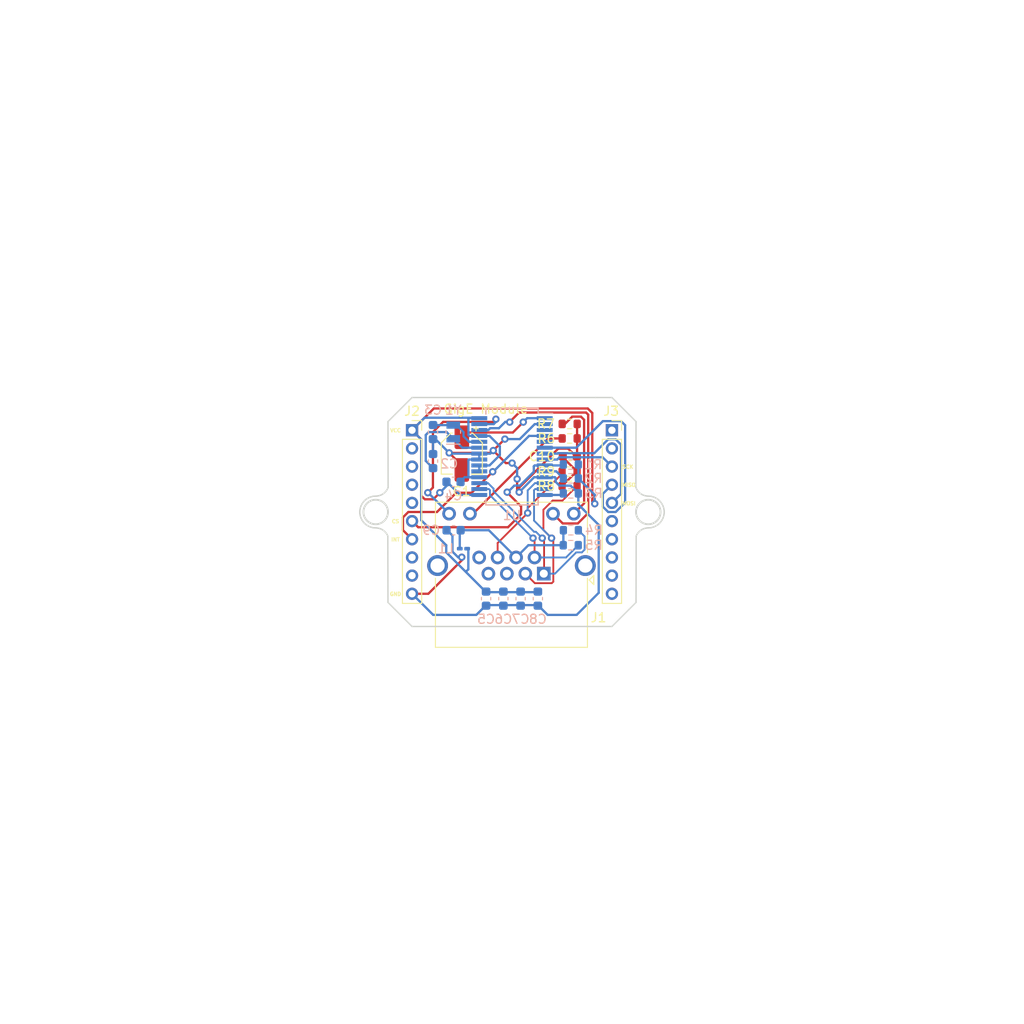
<source format=kicad_pcb>
(kicad_pcb (version 20221018) (generator pcbnew)
  (title_block (title "GigE Interface for Bitcraze Crazyflie 2.0") (date "2023-09-25") (company "Jose Ignacio Granados Marín") (comment 1 "Desarrollo de un vehículo aéreo no tripulado modular de bajo costo") (comment 2 "Trabajo Final de Graduación") (comment 3 "Área Académica de Ingeniería en Computadores") (comment 4 "Instituto Tecnológico de Costa Rica"))
  (layers (0 "F.Cu" signal) (31 "B.Cu" signal) (34 "B.Paste" user) (35 "F.Paste" user) (36 "B.SilkS" user "B.Silkscreen") (37 "F.SilkS" user "F.Silkscreen") (38 "B.Mask" user) (39 "F.Mask" user) (44 "Edge.Cuts" user))
  (net 0 "")
  (net 1 "Net-(U1-VCAP)")
  (net 2 "/GND")
  (net 3 "Net-(U1-OSC1)")
  (net 4 "Net-(U1-OSC2)")
  (net 5 "/VCC")
  (net 6 "Net-(C10-Pad1)")
  (net 10 "Net-(J1-Pad9)")
  (net 11 "/CS")
  (net 12 "/INT")
  (net 13 "Net-(J1-Pad11)")
  (net 17 "/SCK")
  (net 18 "/MISO")
  (net 19 "/MOSI")
  (net 25 "/LEDA")
  (net 26 "/LEDB")
  (net 27 "/TPOUT+")
  (net 28 "/TPOUT-")
  (net 29 "/TPIN+")
  (net 30 "/TPIN-")
  (net 31 "Net-(U1-~{RESET})")
  (net 32 "Net-(U1-RBIAS)")
  (net 40 "Net-(C9-Pad1)")
  (footprint "Connector_RJ:RJ45_Amphenol_RJHSE538X" (layer "F.Cu") (at 148.27 101.81 180)
    (fp_text reference "J1")
    (fp_text value "RJ45_LED" hide)
  )
  (footprint "Resistor_SMD:R_0603_1608Metric" (layer "F.Cu") (at 151.12 85.33)
    (fp_text reference "R7")
    (fp_text value "180" hide)
  )
  (footprint "Resistor_SMD:R_0603_1608Metric" (layer "F.Cu") (at 151.12 86.93)
    (fp_text reference "R6")
    (fp_text value "180" hide)
  )
  (footprint "Resistor_SMD:R_0603_1608Metric" (layer "F.Cu") (at 151.11 90.58)
    (fp_text reference "R9")
    (fp_text value "49.9" hide)
  )
  (footprint "Connector_PinSocket_2.00mm:PinSocket_1x10_P2.00mm_Vertical" (layer "F.Cu") (at 155.772 86.025)
    (fp_text reference "J3")
    (fp_text value "Conn_01x10_Socket" hide)
  )
  (footprint "Connector_PinSocket_2.00mm:PinSocket_1x10_P2.00mm_Vertical" (layer "F.Cu") (at 133.772 86.025)
    (fp_text reference "J2")
    (fp_text value "Conn_01x10_Socket" hide)
  )
  (footprint "Capacitor_SMD:C_0603_1608Metric" (layer "F.Cu") (at 151.1325 88.9)
    (fp_text reference "C10")
    (fp_text value "10nF" hide)
  )
  (footprint "Capacitor_SMD:CP_Elec_4x5.4" (layer "F.Cu") (at 139.25 88.6 -90)
    (fp_text reference "C1")
    (fp_text value "10uF" hide)
  )
  (footprint "Resistor_SMD:R_0603_1608Metric" (layer "F.Cu") (at 151.11 92.16)
    (fp_text reference "R8")
    (fp_text value "49.9" hide)
  )
  (footprint "Resistor_SMD:R_0603_1608Metric" (layer "B.Cu") (at 151.247 91.325 180)
    (fp_text reference "R2")
    (fp_text value "10k" hide)
  )
  (footprint "Package_SO:SSOP-28_5.3x10.2mm_P0.65mm" (layer "B.Cu") (at 144.772 88.925 180)
    (fp_text reference "U1")
    (fp_text value "ENC28J60x-SS" hide)
  )
  (footprint "Capacitor_SMD:C_0603_1608Metric" (layer "B.Cu") (at 145.72 104.56 -90)
    (fp_text reference "C7")
    (fp_text value "100nF" hide)
  )
  (footprint "Capacitor_SMD:C_0603_1608Metric" (layer "B.Cu") (at 143.82 104.56 -90)
    (fp_text reference "C6")
    (fp_text value "100nF" hide)
  )
  (footprint "Resistor_SMD:R_0603_1608Metric" (layer "B.Cu") (at 151.24 98.68 180)
    (fp_text reference "R5")
    (fp_text value "49.9" hide)
  )
  (footprint "Capacitor_SMD:C_0603_1608Metric" (layer "B.Cu") (at 136.08 86.2275 90)
    (fp_text reference "C3")
    (fp_text value "18pF" hide)
  )
  (footprint "Inductor_SMD:L_0201_0603Metric_Pad0.64x0.40mm_HandSolder" (layer "B.Cu") (at 139.43 99.06 180)
    (fp_text reference "L1")
    (fp_text value "10uH" hide)
  )
  (footprint "Capacitor_SMD:C_0603_1608Metric" (layer "B.Cu") (at 147.62 104.56 -90)
    (fp_text reference "C8")
    (fp_text value "100nF" hide)
  )
  (footprint "Resistor_SMD:R_0603_1608Metric" (layer "B.Cu") (at 151.25 97.03)
    (fp_text reference "R4")
    (fp_text value "49.9" hide)
  )
  (footprint "Capacitor_SMD:C_0603_1608Metric" (layer "B.Cu") (at 136.08 89.4225 -90)
    (fp_text reference "C2")
    (fp_text value "18pF" hide)
  )
  (footprint "Resistor_SMD:R_0603_1608Metric" (layer "B.Cu") (at 151.247 89.8 180)
    (fp_text reference "R1")
    (fp_text value "100k" hide)
  )
  (footprint "Crystal:Crystal_SMD_MicroCrystal_CC8V-T1A-2Pin_2.0x1.2mm" (layer "B.Cu") (at 138.31 86.21 90)
    (fp_text reference "Y1")
    (fp_text value "25MHz" hide)
  )
  (footprint "Capacitor_SMD:C_0603_1608Metric" (layer "B.Cu") (at 138.3345 91.71)
    (fp_text reference "C4")
    (fp_text value "100nF" hide)
  )
  (footprint "Capacitor_SMD:C_0603_1608Metric" (layer "B.Cu") (at 141.92 104.56 -90)
    (fp_text reference "C5")
    (fp_text value "100nF" hide)
  )
  (footprint "Capacitor_SMD:C_0603_1608Metric" (layer "B.Cu") (at 138.345 97.03 180)
    (fp_text reference "C9")
    (fp_text value "100nF" hide)
  )
  (footprint "Resistor_SMD:R_0603_1608Metric" (layer "B.Cu") (at 151.247 92.975)
    (fp_text reference "R3")
    (fp_text value "2k" hide)
  )
  (gr_line (start 129.969179 96.789017) (end 130.067656 96.806292) (stroke (width 0.15)) (layer "Edge.Cuts"))
  (gr_line (start 130.419649 93.122851) (end 130.32865 93.164266) (stroke (width 0.15)) (layer "Edge.Cuts"))
  (gr_line (start 160.070533 93.300651) (end 160.168526 93.320515) (stroke (width 0.15)) (layer "Edge.Cuts"))
  (gr_line (start 131.015368 97.485636) (end 131.063353 97.573348) (stroke (width 0.15)) (layer "Edge.Cuts"))
  (gr_line (start 129.869746 96.77857) (end 129.969179 96.789017) (stroke (width 0.15)) (layer "Edge.Cuts"))
  (gr_line (start 128.108061 95.567042) (end 128.141734 95.661188) (stroke (width 0.15)) (layer "Edge.Cuts"))
  (gr_line (start 160.544426 93.454694) (end 160.632848 93.501372) (stroke (width 0.15)) (layer "Edge.Cuts"))
  (gr_line (start 129.674263 96.772269) (end 129.76983 96.774999) (stroke (width 0.15)) (layer "Edge.Cuts"))
  (gr_line (start 158.444983 92.415967) (end 158.489026 92.505724) (stroke (width 0.15)) (layer "Edge.Cuts"))
  (gr_line (start 161.521254 95.076099) (end 161.515481 95.175918) (stroke (width 0.15)) (layer "Edge.Cuts"))
  (gr_line (start 159.869737 96.772269) (end 159.77417 96.774999) (stroke (width 0.15)) (layer "Edge.Cuts"))
  (gr_line (start 159.284126 96.860963) (end 159.191299 96.898098) (stroke (width 0.15)) (layer "Edge.Cuts"))
  (gr_line (start 128.274158 95.92997) (end 128.328287 96.014037) (stroke (width 0.15)) (layer "Edge.Cuts"))
  (gr_line (start 160.799192 96.441819) (end 160.716599 96.498172) (stroke (width 0.15)) (layer "Edge.Cuts"))
  (gr_line (start 131.136789 92.323396) (end 131.122 85.075) (stroke (width 0.15)) (layer "Edge.Cuts"))
  (gr_line (start 161.51567 94.876285) (end 161.521317 94.976112) (stroke (width 0.15)) (layer "Edge.Cuts"))
  (gr_line (start 129.475647 96.749725) (end 129.574633 96.763835) (stroke (width 0.15)) (layer "Edge.Cuts"))
  (gr_line (start 161.269842 95.92997) (end 161.215713 96.014037) (stroke (width 0.15)) (layer "Edge.Cuts"))
  (gr_line (start 161.402266 95.661188) (end 161.363271 95.753256) (stroke (width 0.15)) (layer "Edge.Cuts"))
  (gr_line (start 158.407211 92.323396) (end 158.444983 92.415967) (stroke (width 0.15)) (layer "Edge.Cuts"))
  (gr_line (start 128.588309 93.736056) (end 128.516627 93.805763) (stroke (width 0.15)) (layer "Edge.Cuts"))
  (gr_line (start 161.027373 93.805763) (end 161.094957 93.879449) (stroke (width 0.15)) (layer "Edge.Cuts"))
  (gr_line (start 128.518169 96.245823) (end 128.589939 96.315439) (stroke (width 0.15)) (layer "Edge.Cuts"))
  (gr_line (start 128.141734 95.661188) (end 128.180729 95.753256) (stroke (width 0.15)) (layer "Edge.Cuts"))
  (gr_line (start 129.278775 93.345944) (end 129.183686 93.376853) (stroke (width 0.15)) (layer "Edge.Cuts"))
  (gr_line (start 161.216962 94.037789) (end 161.270985 94.121924) (stroke (width 0.15)) (layer "Edge.Cuts"))
  (gr_line (start 160.263102 96.704678) (end 160.166372 96.729985) (stroke (width 0.15)) (layer "Edge.Cuts"))
  (gr_line (start 160.954061 96.315439) (end 160.878433 96.380842) (stroke (width 0.15)) (layer "Edge.Cuts"))
  (gr_line (start 130.235021 93.199333) (end 130.139204 93.227884) (stroke (width 0.15)) (layer "Edge.Cuts"))
  (gr_line (start 159.574821 96.789017) (end 159.476344 96.806292) (stroke (width 0.15)) (layer "Edge.Cuts"))
  (gr_line (start 128.039669 94.776944) (end 128.02833 94.876285) (stroke (width 0.15)) (layer "Edge.Cuts"))
  (gr_line (start 130.748972 92.898038) (end 130.672639 92.962609) (stroke (width 0.15)) (layer "Edge.Cuts"))
  (gr_line (start 161.504016 95.275245) (end 161.486897 95.373755) (stroke (width 0.15)) (layer "Edge.Cuts"))
  (gr_line (start 130.961453 97.401438) (end 131.015368 97.485636) (stroke (width 0.15)) (layer "Edge.Cuts"))
  (gr_line (start 131.00487 92.592244) (end 130.948941 92.675117) (stroke (width 0.15)) (layer "Edge.Cuts"))
  (gr_line (start 129.473467 93.300651) (end 129.375474 93.320515) (stroke (width 0.15)) (layer "Edge.Cuts"))
  (gr_line (start 129.280898 96.704678) (end 129.377628 96.729985) (stroke (width 0.15)) (layer "Edge.Cuts"))
  (gr_line (start 130.259874 96.860963) (end 130.352701 96.898098) (stroke (width 0.15)) (layer "Edge.Cuts"))
  (gr_line (start 160.880146 93.670557) (end 160.955691 93.736056) (stroke (width 0.15)) (layer "Edge.Cuts"))
  (gr_line (start 160.068353 96.749725) (end 159.969367 96.763835) (stroke (width 0.15)) (layer "Edge.Cuts"))
  (gr_line (start 159.404796 93.227884) (end 159.502348 93.249785) (stroke (width 0.15)) (layer "Edge.Cuts"))
  (gr_line (start 158.707116 97.245172) (end 158.642137 97.321157) (stroke (width 0.15)) (layer "Edge.Cuts"))
  (gr_line (start 161.270985 94.121924) (end 161.320114 94.209008) (stroke (width 0.15)) (layer "Edge.Cuts"))
  (gr_line (start 161.36419 94.298755) (end 161.403069 94.390873) (stroke (width 0.15)) (layer "Edge.Cuts"))
  (gr_line (start 128.079258 94.581012) (end 128.056664 94.678413) (stroke (width 0.15)) (layer "Edge.Cuts"))
  (gr_line (start 130.901863 97.321157) (end 130.961453 97.401438) (stroke (width 0.15)) (layer "Edge.Cuts"))
  (gr_line (start 128.180729 95.753256) (end 128.224918 95.842948) (stroke (width 0.15)) (layer "Edge.Cuts"))
  (gr_line (start 158.489026 92.505724) (end 158.53913 92.592244) (stroke (width 0.15)) (layer "Edge.Cuts"))
  (gr_line (start 131.054974 92.505724) (end 131.00487 92.592244) (stroke (width 0.15)) (layer "Edge.Cuts"))
  (gr_line (start 129.00156 96.596281) (end 129.092556 96.637717) (stroke (width 0.15)) (layer "Edge.Cuts"))
  (gr_line (start 160.800982 93.60948) (end 160.880146 93.670557) (stroke (width 0.15)) (layer "Edge.Cuts"))
  (gr_line (start 159.674254 96.77857) (end 159.574821 96.789017) (stroke (width 0.15)) (layer "Edge.Cuts"))
  (gr_line (start 128.744808 96.441819) (end 128.827401 96.498172) (stroke (width 0.15)) (layer "Edge.Cuts"))
  (gr_line (start 158.422 104.975) (end 157.672 105.725) (stroke (width 0.15)) (layer "Edge.Cuts"))
  (gr_line (start 158.951949 93.021783) (end 159.036412 93.075281) (stroke (width 0.15)) (layer "Edge.Cuts"))
  (gr_line (start 161.158222 93.956876) (end 161.216962 94.037789) (stroke (width 0.15)) (layer "Edge.Cuts"))
  (gr_line (start 161.156871 96.094876) (end 161.093508 96.172222) (stroke (width 0.15)) (layer "Edge.Cuts"))
  (gr_line (start 129.375474 93.320515) (end 129.278775 93.345944) (stroke (width 0.15)) (layer "Edge.Cuts"))
  (gr_line (start 129.843193 93.273256) (end 129.772 93.275) (stroke (width 0.15)) (layer "Edge.Cuts"))
  (gr_line (start 161.464742 94.581012) (end 161.487336 94.678413) (stroke (width 0.15)) (layer "Edge.Cuts"))
  (gr_line (start 158.723312 92.828376) (end 158.795028 92.898038) (stroke (width 0.15)) (layer "Edge.Cuts"))
  (gr_line (start 161.094957 93.879449) (end 161.158222 93.956876) (stroke (width 0.15)) (layer "Edge.Cuts"))
  (gr_line (start 129.572435 93.286416) (end 129.473467 93.300651) (stroke (width 0.15)) (layer "Edge.Cuts"))
  (gr_line (start 158.53913 92.592244) (end 158.595059 92.675117) (stroke (width 0.15)) (layer "Edge.Cuts"))
  (gr_line (start 159.101251 96.941543) (end 159.014411 96.991089) (stroke (width 0.15)) (layer "Edge.Cuts"))
  (gr_line (start 128.057103 95.373755) (end 128.07982 95.471127) (stroke (width 0.15)) (layer "Edge.Cuts"))
  (gr_line (start 131.872 105.725) (end 133.772 107.625) (stroke (width 0.15)) (layer "Edge.Cuts"))
  (gr_line (start 130.529589 96.991089) (end 130.612809 97.046502) (stroke (width 0.15)) (layer "Edge.Cuts"))
  (gr_line (start 161.403069 94.390873) (end 161.436622 94.485062) (stroke (width 0.15)) (layer "Edge.Cuts"))
  (gr_line (start 158.528632 97.485636) (end 158.480647 97.573348) (stroke (width 0.15)) (layer "Edge.Cuts"))
  (gr_line (start 130.766822 97.173846) (end 130.836884 97.245172) (stroke (width 0.15)) (layer "Edge.Cuts"))
  (gr_line (start 128.999574 93.454694) (end 128.911152 93.501372) (stroke (width 0.15)) (layer "Edge.Cuts"))
  (gr_line (start 133.772 82.425) (end 153.972 82.425) (stroke (width 0.15)) (layer "Edge.Cuts"))
  (gr_line (start 159.77417 96.774999) (end 159.77417 96.774999) (stroke (width 0.15)) (layer "Edge.Cuts"))
  (gr_line (start 161.320114 94.209008) (end 161.36419 94.298755) (stroke (width 0.15)) (layer "Edge.Cuts"))
  (gr_line (start 160.453482 93.413143) (end 160.544426 93.454694) (stroke (width 0.15)) (layer "Edge.Cuts"))
  (gr_line (start 158.795028 92.898038) (end 158.871361 92.962609) (stroke (width 0.15)) (layer "Edge.Cuts"))
  (gr_line (start 130.139204 93.227884) (end 130.041652 93.249785) (stroke (width 0.15)) (layer "Edge.Cuts"))
  (gr_line (start 128.911152 93.501372) (end 128.82554 93.553023) (stroke (width 0.15)) (layer "Edge.Cuts"))
  (gr_line (start 160.166372 96.729985) (end 160.068353 96.749725) (stroke (width 0.15)) (layer "Edge.Cuts"))
  (gr_line (start 128.589939 96.315439) (end 128.665567 96.380842) (stroke (width 0.15)) (layer "Edge.Cuts"))
  (gr_line (start 130.32865 93.164266) (end 130.235021 93.199333) (stroke (width 0.15)) (layer "Edge.Cuts"))
  (gr_line (start 128.02833 94.876285) (end 128.022683 94.976112) (stroke (width 0.15)) (layer "Edge.Cuts"))
  (gr_line (start 158.422 85.075) (end 157.672 84.325) (stroke (width 0.15)) (layer "Edge.Cuts"))
  (gr_line (start 158.777178 97.173846) (end 158.707116 97.245172) (stroke (width 0.15)) (layer "Edge.Cuts"))
  (gr_line (start 129.672054 93.277856) (end 129.572435 93.286416) (stroke (width 0.15)) (layer "Edge.Cuts"))
  (gr_line (start 161.486897 95.373755) (end 161.46418 95.471127) (stroke (width 0.15)) (layer "Edge.Cuts"))
  (gr_line (start 161.487336 94.678413) (end 161.504331 94.776944) (stroke (width 0.15)) (layer "Edge.Cuts"))
  (gr_line (start 128.387129 96.094876) (end 128.450492 96.172222) (stroke (width 0.15)) (layer "Edge.Cuts"))
  (gr_line (start 161.093508 96.172222) (end 161.025831 96.245823) (stroke (width 0.15)) (layer "Edge.Cuts"))
  (gr_line (start 131.105179 97.664159) (end 131.122 104.975) (stroke (width 0.15)) (layer "Edge.Cuts"))
  (gr_line (start 161.363271 95.753256) (end 161.319082 95.842948) (stroke (width 0.15)) (layer "Edge.Cuts"))
  (gr_line (start 128.07982 95.471127) (end 128.108061 95.567042) (stroke (width 0.15)) (layer "Edge.Cuts"))
  (gr_line (start 159.191299 96.898098) (end 159.101251 96.941543) (stroke (width 0.15)) (layer "Edge.Cuts"))
  (gr_line (start 158.642137 97.321157) (end 158.582547 97.401438) (stroke (width 0.15)) (layer "Edge.Cuts"))
  (gr_line (start 159.772 93.275) (end 159.871946 93.277856) (stroke (width 0.15)) (layer "Edge.Cuts"))
  (gr_line (start 130.164708 96.830312) (end 130.259874 96.860963) (stroke (width 0.15)) (layer "Edge.Cuts"))
  (gr_line (start 159.308979 93.199333) (end 159.404796 93.227884) (stroke (width 0.15)) (layer "Edge.Cuts"))
  (gr_line (start 159.969367 96.763835) (end 159.869737 96.772269) (stroke (width 0.15)) (layer "Edge.Cuts"))
  (gr_line (start 160.955691 93.736056) (end 161.027373 93.805763) (stroke (width 0.15)) (layer "Edge.Cuts"))
  (gr_line (start 128.056664 94.678413) (end 128.039669 94.776944) (stroke (width 0.15)) (layer "Edge.Cuts"))
  (gr_line (start 161.215713 96.014037) (end 161.156871 96.094876) (stroke (width 0.15)) (layer "Edge.Cuts"))
  (gr_line (start 130.041652 93.249785) (end 129.942826 93.264933) (stroke (width 0.15)) (layer "Edge.Cuts"))
  (gr_line (start 160.630922 96.549715) (end 160.54244 96.596281) (stroke (width 0.15)) (layer "Edge.Cuts"))
  (gr_line (start 157.672 105.725) (end 155.772 107.625) (stroke (width 0.15)) (layer "Edge.Cuts"))
  (gr_line (start 159.601174 93.264933) (end 159.700807 93.273256) (stroke (width 0.15)) (layer "Edge.Cuts"))
  (gr_line (start 128.663854 93.670557) (end 128.588309 93.736056) (stroke (width 0.15)) (layer "Edge.Cuts"))
  (gr_line (start 158.407211 92.323396) (end 158.422 85.075) (stroke (width 0.15)) (layer "Edge.Cuts"))
  (gr_line (start 158.851988 97.107517) (end 158.777178 97.173846) (stroke (width 0.15)) (layer "Edge.Cuts"))
  (gr_line (start 161.46418 95.471127) (end 161.435939 95.567042) (stroke (width 0.15)) (layer "Edge.Cuts"))
  (gr_line (start 130.442749 96.941543) (end 130.529589 96.991089) (stroke (width 0.15)) (layer "Edge.Cuts"))
  (gr_line (start 159.014411 96.991089) (end 158.931191 97.046502) (stroke (width 0.15)) (layer "Edge.Cuts"))
  (gr_line (start 159.971565 93.286416) (end 160.070533 93.300651) (stroke (width 0.15)) (layer "Edge.Cuts"))
  (gr_line (start 129.090518 93.413143) (end 128.999574 93.454694) (stroke (width 0.15)) (layer "Edge.Cuts"))
  (gr_line (start 158.931191 97.046502) (end 158.851988 97.107517) (stroke (width 0.15)) (layer "Edge.Cuts"))
  (gr_line (start 159.124351 93.122851) (end 159.21535 93.164266) (stroke (width 0.15)) (layer "Edge.Cuts"))
  (gr_line (start 159.77417 96.774999) (end 159.674254 96.77857) (stroke (width 0.15)) (layer "Edge.Cuts"))
  (gr_line (start 128.039984 95.275245) (end 128.057103 95.373755) (stroke (width 0.15)) (layer "Edge.Cuts"))
  (gr_line (start 157.672 84.325) (end 155.772 82.425) (stroke (width 0.15)) (layer "Edge.Cuts"))
  (gr_line (start 128.028519 95.175918) (end 128.039984 95.275245) (stroke (width 0.15)) (layer "Edge.Cuts"))
  (gr_line (start 161.025831 96.245823) (end 160.954061 96.315439) (stroke (width 0.15)) (layer "Edge.Cuts"))
  (gr_line (start 160.360314 93.376853) (end 160.453482 93.413143) (stroke (width 0.15)) (layer "Edge.Cuts"))
  (gr_line (start 160.35823 96.673889) (end 160.263102 96.704678) (stroke (width 0.15)) (layer "Edge.Cuts"))
  (gr_line (start 128.107378 94.485062) (end 128.079258 94.581012) (stroke (width 0.15)) (layer "Edge.Cuts"))
  (gr_line (start 158.871361 92.962609) (end 158.951949 93.021783) (stroke (width 0.15)) (layer "Edge.Cuts"))
  (gr_line (start 159.700807 93.273256) (end 159.772 93.275) (stroke (width 0.15)) (layer "Edge.Cuts"))
  (gr_line (start 159.21535 93.164266) (end 159.308979 93.199333) (stroke (width 0.15)) (layer "Edge.Cuts"))
  (gr_line (start 161.319082 95.842948) (end 161.269842 95.92997) (stroke (width 0.15)) (layer "Edge.Cuts"))
  (gr_line (start 128.140931 94.390873) (end 128.107378 94.485062) (stroke (width 0.15)) (layer "Edge.Cuts"))
  (gr_line (start 128.450492 96.172222) (end 128.518169 96.245823) (stroke (width 0.15)) (layer "Edge.Cuts"))
  (gr_line (start 130.820688 92.828376) (end 130.748972 92.898038) (stroke (width 0.15)) (layer "Edge.Cuts"))
  (gr_line (start 131.136789 92.323396) (end 131.099017 92.415967) (stroke (width 0.15)) (layer "Edge.Cuts"))
  (gr_line (start 129.574633 96.763835) (end 129.674263 96.772269) (stroke (width 0.15)) (layer "Edge.Cuts"))
  (gr_line (start 130.592051 93.021783) (end 130.507588 93.075281) (stroke (width 0.15)) (layer "Edge.Cuts"))
  (gr_line (start 155.772 107.625) (end 133.772 107.625) (stroke (width 0.15)) (layer "Edge.Cuts"))
  (gr_line (start 160.632848 93.501372) (end 160.71846 93.553023) (stroke (width 0.15)) (layer "Edge.Cuts"))
  (gr_line (start 128.913078 96.549715) (end 129.00156 96.596281) (stroke (width 0.15)) (layer "Edge.Cuts"))
  (gr_line (start 160.716599 96.498172) (end 160.630922 96.549715) (stroke (width 0.15)) (layer "Edge.Cuts"))
  (gr_line (start 161.515481 95.175918) (end 161.504016 95.275245) (stroke (width 0.15)) (layer "Edge.Cuts"))
  (gr_circle (center 129.772 95.025) (end 131.122 95.025) (stroke (width 0.2)) (fill none) (layer "Edge.Cuts"))
  (gr_line (start 128.328287 96.014037) (end 128.387129 96.094876) (stroke (width 0.15)) (layer "Edge.Cuts"))
  (gr_line (start 128.224918 95.842948) (end 128.274158 95.92997) (stroke (width 0.15)) (layer "Edge.Cuts"))
  (gr_line (start 131.099017 92.415967) (end 131.054974 92.505724) (stroke (width 0.15)) (layer "Edge.Cuts"))
  (gr_line (start 130.507588 93.075281) (end 130.419649 93.122851) (stroke (width 0.15)) (layer "Edge.Cuts"))
  (gr_line (start 130.672639 92.962609) (end 130.592051 93.021783) (stroke (width 0.15)) (layer "Edge.Cuts"))
  (gr_line (start 160.54244 96.596281) (end 160.451444 96.637717) (stroke (width 0.15)) (layer "Edge.Cuts"))
  (gr_line (start 158.65655 92.753951) (end 158.723312 92.828376) (stroke (width 0.15)) (layer "Edge.Cuts"))
  (gr_line (start 131.122 104.975) (end 131.872 105.725) (stroke (width 0.15)) (layer "Edge.Cuts"))
  (gr_line (start 131.872 84.325) (end 133.772 82.425) (stroke (width 0.15)) (layer "Edge.Cuts"))
  (gr_line (start 160.71846 93.553023) (end 160.800982 93.60948) (stroke (width 0.15)) (layer "Edge.Cuts"))
  (gr_line (start 129.377628 96.729985) (end 129.475647 96.749725) (stroke (width 0.15)) (layer "Edge.Cuts"))
  (gr_line (start 129.942826 93.264933) (end 129.843193 93.273256) (stroke (width 0.15)) (layer "Edge.Cuts"))
  (gr_line (start 128.022746 95.076099) (end 128.028519 95.175918) (stroke (width 0.15)) (layer "Edge.Cuts"))
  (gr_line (start 161.436622 94.485062) (end 161.464742 94.581012) (stroke (width 0.15)) (layer "Edge.Cuts"))
  (gr_line (start 159.036412 93.075281) (end 159.124351 93.122851) (stroke (width 0.15)) (layer "Edge.Cuts"))
  (gr_line (start 128.827401 96.498172) (end 128.913078 96.549715) (stroke (width 0.15)) (layer "Edge.Cuts"))
  (gr_line (start 129.092556 96.637717) (end 129.18577 96.673889) (stroke (width 0.15)) (layer "Edge.Cuts"))
  (gr_line (start 160.878433 96.380842) (end 160.799192 96.441819) (stroke (width 0.15)) (layer "Edge.Cuts"))
  (gr_line (start 129.76983 96.774999) (end 129.869746 96.77857) (stroke (width 0.15)) (layer "Edge.Cuts"))
  (gr_line (start 130.067656 96.806292) (end 130.164708 96.830312) (stroke (width 0.15)) (layer "Edge.Cuts"))
  (gr_line (start 158.595059 92.675117) (end 158.65655 92.753951) (stroke (width 0.15)) (layer "Edge.Cuts"))
  (gr_line (start 160.168526 93.320515) (end 160.265225 93.345944) (stroke (width 0.15)) (layer "Edge.Cuts"))
  (gr_line (start 128.273015 94.121924) (end 128.223886 94.209008) (stroke (width 0.15)) (layer "Edge.Cuts"))
  (gr_line (start 159.476344 96.806292) (end 159.379292 96.830312) (stroke (width 0.15)) (layer "Edge.Cuts"))
  (gr_line (start 129.183686 93.376853) (end 129.090518 93.413143) (stroke (width 0.15)) (layer "Edge.Cuts"))
  (gr_line (start 160.451444 96.637717) (end 160.35823 96.673889) (stroke (width 0.15)) (layer "Edge.Cuts"))
  (gr_line (start 131.122 85.075) (end 131.872 84.325) (stroke (width 0.15)) (layer "Edge.Cuts"))
  (gr_line (start 128.516627 93.805763) (end 128.449043 93.879449) (stroke (width 0.15)) (layer "Edge.Cuts"))
  (gr_line (start 159.379292 96.830312) (end 159.284126 96.860963) (stroke (width 0.15)) (layer "Edge.Cuts"))
  (gr_line (start 128.743018 93.60948) (end 128.663854 93.670557) (stroke (width 0.15)) (layer "Edge.Cuts"))
  (gr_line (start 130.612809 97.046502) (end 130.692012 97.107517) (stroke (width 0.15)) (layer "Edge.Cuts"))
  (gr_line (start 129.18577 96.673889) (end 129.280898 96.704678) (stroke (width 0.15)) (layer "Edge.Cuts"))
  (gr_line (start 155.772 82.425) (end 153.972 82.425) (stroke (width 0.15)) (layer "Edge.Cuts"))
  (gr_line (start 158.582547 97.401438) (end 158.528632 97.485636) (stroke (width 0.15)) (layer "Edge.Cuts"))
  (gr_line (start 130.948941 92.675117) (end 130.88745 92.753951) (stroke (width 0.15)) (layer "Edge.Cuts"))
  (gr_line (start 129.772 93.275) (end 129.672054 93.277856) (stroke (width 0.15)) (layer "Edge.Cuts"))
  (gr_line (start 128.82554 93.553023) (end 128.743018 93.60948) (stroke (width 0.15)) (layer "Edge.Cuts"))
  (gr_line (start 161.504331 94.776944) (end 161.51567 94.876285) (stroke (width 0.15)) (layer "Edge.Cuts"))
  (gr_line (start 131.063353 97.573348) (end 131.105179 97.664159) (stroke (width 0.15)) (layer "Edge.Cuts"))
  (gr_line (start 130.352701 96.898098) (end 130.442749 96.941543) (stroke (width 0.15)) (layer "Edge.Cuts"))
  (gr_line (start 128.022683 94.976112) (end 128.022746 95.076099) (stroke (width 0.15)) (layer "Edge.Cuts"))
  (gr_line (start 160.265225 93.345944) (end 160.360314 93.376853) (stroke (width 0.15)) (layer "Edge.Cuts"))
  (gr_line (start 130.88745 92.753951) (end 130.820688 92.828376) (stroke (width 0.15)) (layer "Edge.Cuts"))
  (gr_line (start 159.502348 93.249785) (end 159.601174 93.264933) (stroke (width 0.15)) (layer "Edge.Cuts"))
  (gr_line (start 161.435939 95.567042) (end 161.402266 95.661188) (stroke (width 0.15)) (layer "Edge.Cuts"))
  (gr_line (start 158.438821 97.664159) (end 158.422 104.975) (stroke (width 0.15)) (layer "Edge.Cuts"))
  (gr_line (start 128.327038 94.037789) (end 128.273015 94.121924) (stroke (width 0.15)) (layer "Edge.Cuts"))
  (gr_line (start 128.665567 96.380842) (end 128.744808 96.441819) (stroke (width 0.15)) (layer "Edge.Cuts"))
  (gr_line (start 128.449043 93.879449) (end 128.385778 93.956876) (stroke (width 0.15)) (layer "Edge.Cuts"))
  (gr_line (start 161.521317 94.976112) (end 161.521254 95.076099) (stroke (width 0.15)) (layer "Edge.Cuts"))
  (gr_circle (center 159.772 95.025) (end 161.122 95.025) (stroke (width 0.2)) (fill none) (layer "Edge.Cuts"))
  (gr_line (start 128.385778 93.956876) (end 128.327038 94.037789) (stroke (width 0.15)) (layer "Edge.Cuts"))
  (gr_line (start 159.871946 93.277856) (end 159.971565 93.286416) (stroke (width 0.15)) (layer "Edge.Cuts"))
  (gr_line (start 128.17981 94.298755) (end 128.140931 94.390873) (stroke (width 0.15)) (layer "Edge.Cuts"))
  (gr_line (start 128.223886 94.209008) (end 128.17981 94.298755) (stroke (width 0.15)) (layer "Edge.Cuts"))
  (gr_line (start 158.480647 97.573348) (end 158.438821 97.664159) (stroke (width 0.15)) (layer "Edge.Cuts"))
  (gr_line (start 130.692012 97.107517) (end 130.766822 97.173846) (stroke (width 0.15)) (layer "Edge.Cuts"))
  (gr_line (start 130.836884 97.245172) (end 130.901863 97.321157) (stroke (width 0.15)) (layer "Edge.Cuts"))
  (gr_text "GND" (at 131.95 104.06) (layer "F.SilkS") (effects (font (size 0.4 0.4) (thickness 0.1) bold)))
  (gr_text "INT" (at 131.95 98.06) (layer "F.SilkS") (effects (font (size 0.4 0.4) (thickness 0.1) bold)))
  (gr_text "SCK" (at 157.52 90.06) (layer "F.SilkS") (effects (font (size 0.4 0.4) (thickness 0.1) bold)))
  (gr_text "GigE Module" (at 141.89 83.69) (layer "F.SilkS") (effects (font (size 1 1))))
  (gr_text "CS" (at 131.95 96.06) (layer "F.SilkS") (effects (font (size 0.4 0.4) (thickness 0.1) bold)))
  (gr_text "VCC" (at 131.95 86.05) (layer "F.SilkS") (effects (font (size 0.4 0.4) (thickness 0.1) bold)))
  (gr_text "MISO" (at 157.64 92.05) (layer "F.SilkS") (effects (font (size 0.4 0.4) (thickness 0.1) bold)))
  (gr_text "MOSI" (at 157.64 94.09) (layer "F.SilkS") (effects (font (size 0.4 0.4) (thickness 0.1) bold)))
  (segment (start 139.775 86.275) (end 139.25 86.8) (width 0.25) (layer "F.Cu") (net 1))
  (segment (start 146.01 85.13) (end 144.865 86.275) (width 0.25) (layer "F.Cu") (net 1))
  (segment (start 144.865 86.275) (end 139.775 86.275) (width 0.25) (layer "F.Cu") (net 1))
  (via (at 146.01 85.13) (size 0.8) (drill 0.4) (layers "F.Cu" "B.Cu") (net 1))
  (segment (start 146.44 84.7) (end 148.372 84.7) (width 0.25) (layer "B.Cu") (net 1))
  (segment (start 146.01 85.13) (end 146.44 84.7) (width 0.25) (layer "B.Cu") (net 1))
  (segment (start 142.445 88.525) (end 142.71 88.26) (width 0.25) (layer "F.Cu") (net 2))
  (segment (start 137.86 88.52) (end 137.865 88.525) (width 0.25) (layer "F.Cu") (net 2))
  (segment (start 151.795673 88.9) (end 150.945673 88.05) (width 0.25) (layer "F.Cu") (net 2))
  (segment (start 145.334503 92.614503) (end 145.56 92.84) (width 0.25) (layer "F.Cu") (net 2))
  (segment (start 139.24 100) (end 139.24 100.345966) (width 0.25) (layer "F.Cu") (net 2))
  (segment (start 143.97 87) (end 142.71 88.26) (width 0.25) (layer "F.Cu") (net 2))
  (segment (start 137.865 88.525) (end 142.445 88.525) (width 0.25) (layer "F.Cu") (net 2))
  (segment (start 139.24 100.345966) (end 135.560966 104.025) (width 0.25) (layer "F.Cu") (net 2))
  (segment (start 139.25 90.4) (end 139.25 89.91) (width 0.25) (layer "F.Cu") (net 2))
  (segment (start 151.845 88.9) (end 151.795673 88.9) (width 0.25) (layer "F.Cu") (net 2))
  (segment (start 151.935 88.81) (end 151.845 88.9) (width 0.25) (layer "F.Cu") (net 2))
  (segment (start 144.78 89.64) (end 144.09 89.64) (width 0.25) (layer "F.Cu") (net 2))
  (segment (start 145.334503 91.3905) (end 145.334503 92.614503) (width 0.25) (layer "F.Cu") (net 2))
  (segment (start 151.935 87.25) (end 151.935 88.81) (width 0.25) (layer "F.Cu") (net 2))
  (segment (start 135.560966 104.025) (end 133.772 104.025) (width 0.25) (layer "F.Cu") (net 2))
  (segment (start 143.99 87) (end 143.97 87) (width 0.25) (layer "F.Cu") (net 2))
  (segment (start 150.945673 88.05) (end 149.86 88.05) (width 0.25) (layer "F.Cu") (net 2))
  (segment (start 151.935 85.65) (end 151.935 87.25) (width 0.25) (layer "F.Cu") (net 2))
  (segment (start 139.25 89.91) (end 137.86 88.52) (width 0.25) (layer "F.Cu") (net 2))
  (segment (start 149.86 88.05) (end 145.56 92.35) (width 0.25) (layer "F.Cu") (net 2))
  (segment (start 144.09 89.64) (end 142.71 88.26) (width 0.25) (layer "F.Cu") (net 2))
  (segment (start 145.56 92.35) (end 145.56 92.84) (width 0.25) (layer "F.Cu") (net 2))
  (via (at 145.56 92.84) (size 0.8) (drill 0.4) (layers "F.Cu" "B.Cu") (net 2))
  (via (at 137.86 88.52) (size 0.8) (drill 0.4) (layers "F.Cu" "B.Cu") (net 2))
  (via (at 142.71 88.26) (size 0.8) (drill 0.4) (layers "F.Cu" "B.Cu") (net 2))
  (via (at 139.24 100) (size 0.8) (drill 0.4) (layers "F.Cu" "B.Cu") (net 2))
  (via (at 145.334503 91.3905) (size 0.8) (drill 0.4) (layers "F.Cu" "B.Cu") (net 2))
  (via (at 143.99 87) (size 0.8) (drill 0.4) (layers "F.Cu" "B.Cu") (net 2))
  (via (at 144.78 89.64) (size 0.8) (drill 0.4) (layers "F.Cu" "B.Cu") (net 2))
  (segment (start 148.372 91.2) (end 147.2 91.2) (width 0.25) (layer "B.Cu") (net 2))
  (segment (start 152.645 94.775) (end 154.315 96.445) (width 0.25) (layer "B.Cu") (net 2))
  (segment (start 148.6975 106.35) (end 147.62 105.2725) (width 0.25) (layer "B.Cu") (net 2))
  (segment (start 136.28 86.94) (end 136.08 86.94) (width 0.25) (layer "B.Cu") (net 2))
  (segment (start 152.072 92.975) (end 151.222 92.125) (width 0.25) (layer "B.Cu") (net 2))
  (segment (start 147.275305 85.35) (end 148.372 85.35) (width 0.25) (layer "B.Cu") (net 2))
  (segment (start 141.172 91.2) (end 139.557 91.2) (width 0.25) (layer "B.Cu") (net 2))
  (segment (start 136.097 106.35) (end 133.772 104.025) (width 0.25) (layer "B.Cu") (net 2))
  (segment (start 143.99 87) (end 145.625305 87) (width 0.25) (layer "B.Cu") (net 2))
  (segment (start 137.86 88.52) (end 136.28 86.94) (width 0.25) (layer "B.Cu") (net 2))
  (segment (start 141.92 105.2725) (end 140.8425 106.35) (width 0.25) (layer "B.Cu") (net 2))
  (segment (start 140.8425 106.35) (end 136.097 106.35) (width 0.25) (layer "B.Cu") (net 2))
  (segment (start 144.78 89.64) (end 145.334503 90.194503) (width 0.25) (layer "B.Cu") (net 2))
  (segment (start 139.557 91.2) (end 139.047 91.71) (width 0.25) (layer "B.Cu") (net 2))
  (segment (start 141.172 91.2) (end 140.047 91.2) (width 0.25) (layer "B.Cu") (net 2))
  (segment (start 141.172 88.6) (end 142.37 88.6) (width 0.25) (layer "B.Cu") (net 2))
  (segment (start 149.497 91.2) (end 148.372 91.2) (width 0.25) (layer "B.Cu") (net 2))
  (segment (start 139.972 89.325) (end 140.047 89.25) (width 0.25) (layer "B.Cu") (net 2))
  (segment (start 138.8325 100) (end 139.24 100) (width 0.25) (layer "B.Cu") (net 2))
  (segment (start 151.222 92.125) (end 149.995 92.125) (width 0.25) (layer "B.Cu") (net 2))
  (segment (start 152.072 94.19172) (end 152.645 94.76472) (width 0.25) (layer "B.Cu") (net 2))
  (segment (start 149.572 91.275) (end 149.497 91.2) (width 0.25) (layer "B.Cu") (net 2))
  (segment (start 147.62 105.2725) (end 145.72 105.2725) (width 0.25) (layer "B.Cu") (net 2))
  (segment (start 147.2 91.2) (end 145.56 92.84) (width 0.25) (layer "B.Cu") (net 2))
  (segment (start 152.072 92.975) (end 152.072 94.19172) (width 0.25) (layer "B.Cu") (net 2))
  (segment (start 137.86 88.52) (end 137.94 88.6) (width 0.25) (layer "B.Cu") (net 2))
  (segment (start 154.315 103.923427) (end 151.888427 106.35) (width 0.25) (layer "B.Cu") (net 2))
  (segment (start 137.6325 97.03) (end 138.2175 97.615) (width 0.25) (layer "B.Cu") (net 2))
  (segment (start 149.995 92.125) (end 149.572 91.702) (width 0.25) (layer "B.Cu") (net 2))
  (segment (start 154.315 96.445) (end 154.315 103.923427) (width 0.25) (layer "B.Cu") (net 2))
  (segment (start 137.6325 97.03) (end 137.6325 97.342521) (width 0.25) (layer "B.Cu") (net 2))
  (segment (start 145.334503 90.194503) (end 145.334503 91.3905) (width 0.25) (layer "B.Cu") (net 2))
  (segment (start 141.172 88.6) (end 141.172 89.25) (width 0.25) (layer "B.Cu") (net 2))
  (segment (start 136.08 86.94) (end 136.08 88.71) (width 0.25) (layer "B.Cu") (net 2))
  (segment (start 137.94 88.6) (end 141.172 88.6) (width 0.25) (layer "B.Cu") (net 2))
  (segment (start 145.72 105.2725) (end 143.82 105.2725) (width 0.25) (layer "B.Cu") (net 2))
  (segment (start 138.2175 97.615) (end 138.2175 99.385) (width 0.25) (layer "B.Cu") (net 2))
  (segment (start 140.047 91.2) (end 139.972 91.125) (width 0.25) (layer "B.Cu") (net 2))
  (segment (start 140.047 89.25) (end 141.172 89.25) (width 0.25) (layer "B.Cu") (net 2))
  (segment (start 143.82 105.2725) (end 141.92 105.2725) (width 0.25) (layer "B.Cu") (net 2))
  (segment (start 152.645 94.76472) (end 152.645 94.775) (width 0.25) (layer "B.Cu") (net 2))
  (segment (start 138.2175 99.385) (end 138.8325 100) (width 0.25) (layer "B.Cu") (net 2))
  (segment (start 151.888427 106.35) (end 148.6975 106.35) (width 0.25) (layer "B.Cu") (net 2))
  (segment (start 139.972 91.125) (end 139.972 89.325) (width 0.25) (layer "B.Cu") (net 2))
  (segment (start 142.37 88.6) (end 142.71 88.26) (width 0.25) (layer "B.Cu") (net 2))
  (segment (start 145.625305 87) (end 147.275305 85.35) (width 0.25) (layer "B.Cu") (net 2))
  (segment (start 149.572 91.702) (end 149.572 91.275) (width 0.25) (layer "B.Cu") (net 2))
  (segment (start 138.31 86.96) (end 139.3 87.95) (width 0.25) (layer "B.Cu") (net 3))
  (segment (start 139.3 87.95) (end 141.172 87.95) (width 0.25) (layer "B.Cu") (net 3))
  (segment (start 137.5775 86.2275) (end 135.602183 86.2275) (width 0.25) (layer "B.Cu") (net 3))
  (segment (start 135.28 86.549683) (end 135.28 89.3975) (width 0.25) (layer "B.Cu") (net 3))
  (segment (start 135.602183 86.2275) (end 135.28 86.549683) (width 0.25) (layer "B.Cu") (net 3))
  (segment (start 135.28 89.3975) (end 136.08 90.1975) (width 0.25) (layer "B.Cu") (net 3))
  (segment (start 138.31 86.96) (end 137.5775 86.2275) (width 0.25) (layer "B.Cu") (net 3))
  (segment (start 138.66 85.46) (end 139.44 86.24) (width 0.25) (layer "B.Cu") (net 4))
  (segment (start 136.0875 85.46) (end 136.08 85.4525) (width 0.25) (layer "B.Cu") (net 4))
  (segment (start 138.31 85.46) (end 136.0875 85.46) (width 0.25) (layer "B.Cu") (net 4))
  (segment (start 140.047 87.3) (end 141.172 87.3) (width 0.25) (layer "B.Cu") (net 4))
  (segment (start 139.44 86.693) (end 140.047 87.3) (width 0.25) (layer "B.Cu") (net 4))
  (segment (start 139.44 86.24) (end 139.44 86.693) (width 0.25) (layer "B.Cu") (net 4))
  (segment (start 138.31 85.46) (end 138.66 85.46) (width 0.25) (layer "B.Cu") (net 4))
  (segment (start 136.83 92.9) (end 136.105 93.625) (width 0.25) (layer "F.Cu") (net 5))
  (segment (start 136.105 93.625) (end 135.175 93.625) (width 0.25) (layer "F.Cu") (net 5))
  (segment (start 134.78 93.23) (end 134.78 87.033) (width 0.25) (layer "F.Cu") (net 5))
  (segment (start 136.167 83.63) (end 133.772 86.025) (width 0.25) (layer "F.Cu") (net 5))
  (segment (start 153.6075 93.839391) (end 153.6075 84.1275) (width 0.25) (layer "F.Cu") (net 5))
  (segment (start 134.78 87.033) (end 133.772 86.025) (width 0.25) (layer "F.Cu") (net 5))
  (segment (start 135.175 93.625) (end 134.78 93.23) (width 0.25) (layer "F.Cu") (net 5))
  (segment (start 153.882 94.113891) (end 153.6075 93.839391) (width 0.25) (layer "F.Cu") (net 5))
  (segment (start 153.11 83.63) (end 136.167 83.63) (width 0.25) (layer "F.Cu") (net 5))
  (segment (start 153.6075 84.1275) (end 153.11 83.63) (width 0.25) (layer "F.Cu") (net 5))
  (via (at 136.83 92.9) (size 0.8) (drill 0.4) (layers "F.Cu" "B.Cu") (net 5))
  (via (at 153.882 94.113891) (size 0.8) (drill 0.4) (layers "F.Cu" "B.Cu") (net 5))
  (segment (start 152.072 89.8) (end 152.072 91.325) (width 0.25) (layer "B.Cu") (net 5))
  (segment (start 137.622 92.108) (end 136.83 92.9) (width 0.25) (layer "B.Cu") (net 5))
  (segment (start 152.072 91.325) (end 153.882 93.135) (width 0.25) (layer "B.Cu") (net 5))
  (segment (start 143.435 87.788) (end 143.435 88.762) (width 0.25) (layer "B.Cu") (net 5))
  (segment (start 137.535 98.684) (end 134.78 95.929) (width 0.25) (layer "B.Cu") (net 5))
  (segment (start 137.535 98.684) (end 137.535 99.4625) (width 0.25) (layer "B.Cu") (net 5))
  (segment (start 137.622 91.71) (end 137.622 92.108) (width 0.25) (layer "B.Cu") (net 5))
  (segment (start 141.92 103.8475) (end 143.82 103.8475) (width 0.25) (layer "B.Cu") (net 5))
  (segment (start 134.78 95.929) (end 134.78 87.033) (width 0.25) (layer "B.Cu") (net 5))
  (segment (start 141.122 84.65) (end 135.147 84.65) (width 0.25) (layer "B.Cu") (net 5))
  (segment (start 140.072 86.65) (end 139.972 86.55) (width 0.25) (layer "B.Cu") (net 5))
  (segment (start 134.78 87.033) (end 133.772 86.025) (width 0.25) (layer "B.Cu") (net 5))
  (segment (start 141.172 89.9) (end 141.172 90.55) (width 0.25) (layer "B.Cu") (net 5))
  (segment (start 141.172 93.15) (end 139.062 93.15) (width 0.25) (layer "B.Cu") (net 5))
  (segment (start 143.435 88.762) (end 142.297 89.9) (width 0.25) (layer "B.Cu") (net 5))
  (segment (start 143.82 103.8475) (end 145.72 103.8475) (width 0.25) (layer "B.Cu") (net 5))
  (segment (start 139.972 86.55) (end 139.972 84.775) (width 0.25) (layer "B.Cu") (net 5))
  (segment (start 142.297 86.65) (end 143.435 87.788) (width 0.25) (layer "B.Cu") (net 5))
  (segment (start 145.72 103.8475) (end 147.62 103.8475) (width 0.25) (layer "B.Cu") (net 5))
  (segment (start 140.047 84.7) (end 141.172 84.7) (width 0.25) (layer "B.Cu") (net 5))
  (segment (start 137.535 99.4625) (end 141.92 103.8475) (width 0.25) (layer "B.Cu") (net 5))
  (segment (start 135.147 84.65) (end 133.772 86.025) (width 0.25) (layer "B.Cu") (net 5))
  (segment (start 141.172 86.65) (end 142.297 86.65) (width 0.25) (layer "B.Cu") (net 5))
  (segment (start 139.965 99.1875) (end 139.965 101.335) (width 0.25) (layer "B.Cu") (net 5))
  (segment (start 153.882 93.135) (end 153.882 94.113891) (width 0.25) (layer "B.Cu") (net 5))
  (segment (start 141.172 86.65) (end 140.072 86.65) (width 0.25) (layer "B.Cu") (net 5))
  (segment (start 139.8375 99.06) (end 139.965 99.1875) (width 0.25) (layer "B.Cu") (net 5))
  (segment (start 139.965 101.335) (end 139.7 101.6) (width 0.25) (layer "B.Cu") (net 5))
  (segment (start 139.062 93.15) (end 137.622 91.71) (width 0.25) (layer "B.Cu") (net 5))
  (segment (start 142.297 89.9) (end 141.172 89.9) (width 0.25) (layer "B.Cu") (net 5))
  (segment (start 139.972 84.775) (end 140.047 84.7) (width 0.25) (layer "B.Cu") (net 5))
  (segment (start 141.172 84.7) (end 141.122 84.65) (width 0.25) (layer "B.Cu") (net 5))
  (segment (start 150.42 89.065) (end 151.935 90.58) (width 0.25) (layer "F.Cu") (net 6))
  (segment (start 151.865 90.58) (end 150.285 92.16) (width 0.25) (layer "F.Cu") (net 6))
  (segment (start 151.935 90.58) (end 151.865 90.58) (width 0.25) (layer "F.Cu") (net 6))
  (segment (start 150.42 88.9) (end 150.42 89.065) (width 0.25) (layer "F.Cu") (net 6))
  (segment (start 152.362462 84.53) (end 152.7075 84.875038) (width 0.25) (layer "F.Cu") (net 10))
  (segment (start 152.7075 94.0725) (end 151.57 95.21) (width 0.25) (layer "F.Cu") (net 10))
  (segment (start 151.405 84.53) (end 152.362462 84.53) (width 0.25) (layer "F.Cu") (net 10))
  (segment (start 150.285 85.65) (end 151.405 84.53) (width 0.25) (layer "F.Cu") (net 10))
  (segment (start 152.7075 84.875038) (end 152.7075 94.0725) (width 0.25) (layer "F.Cu") (net 10))
  (segment (start 144.333371 96.7) (end 134.447 96.7) (width 0.25) (layer "F.Cu") (net 11))
  (segment (start 145.7725 95.260871) (end 144.333371 96.7) (width 0.25) (layer "F.Cu") (net 11))
  (segment (start 134.447 96.7) (end 133.772 96.025) (width 0.25) (layer "F.Cu") (net 11))
  (segment (start 145.7725 94.411256) (end 145.7725 95.260871) (width 0.25) (layer "F.Cu") (net 11))
  (segment (start 144.237921 92.876677) (end 145.7725 94.411256) (width 0.25) (layer "F.Cu") (net 11))
  (via (at 144.237921 92.84) (size 0.8) (drill 0.4) (layers "F.Cu" "B.Cu") (net 11))
  (segment (start 147.172 90.591604) (end 147.172 90) (width 0.25) (layer "B.Cu") (net 11))
  (segment (start 147.272 89.9) (end 148.372 89.9) (width 0.25) (layer "B.Cu") (net 11))
  (segment (start 144.270323 92.876677) (end 145.032 92.115) (width 0.25) (layer "B.Cu") (net 11))
  (segment (start 144.237921 92.876677) (end 144.270323 92.876677) (width 0.25) (layer "B.Cu") (net 11))
  (segment (start 148.372 89.9) (end 150.322 89.9) (width 0.25) (layer "B.Cu") (net 11))
  (segment (start 145.032 92.115) (end 145.648604 92.115) (width 0.25) (layer "B.Cu") (net 11))
  (segment (start 147.172 90) (end 147.272 89.9) (width 0.25) (layer "B.Cu") (net 11))
  (segment (start 150.322 89.9) (end 150.422 89.8) (width 0.25) (layer "B.Cu") (net 11))
  (segment (start 145.648604 92.115) (end 147.172 90.591604) (width 0.25) (layer "B.Cu") (net 11))
  (segment (start 133.357786 95.025) (end 132.772 95.610786) (width 0.25) (layer "F.Cu") (net 12))
  (segment (start 142.646502 90.592642) (end 140.329144 92.91) (width 0.25) (layer "F.Cu") (net 12))
  (segment (start 136.51472 95.025) (end 133.357786 95.025) (width 0.25) (layer "F.Cu") (net 12))
  (segment (start 132.772 97.025) (end 133.772 98.025) (width 0.25) (layer "F.Cu") (net 12))
  (segment (start 132.772 95.610786) (end 132.772 97.025) (width 0.25) (layer "F.Cu") (net 12))
  (segment (start 140.329144 92.91) (end 138.62972 92.91) (width 0.25) (layer "F.Cu") (net 12))
  (segment (start 138.62972 92.91) (end 136.51472 95.025) (width 0.25) (layer "F.Cu") (net 12))
  (via (at 142.646502 90.592642) (size 0.8) (drill 0.4) (layers "F.Cu" "B.Cu") (net 12))
  (segment (start 142.646502 90.592642) (end 142.707358 90.592642) (width 0.25) (layer "B.Cu") (net 12))
  (segment (start 146.65 86.65) (end 148.372 86.65) (width 0.25) (layer "B.Cu") (net 12))
  (segment (start 142.707358 90.592642) (end 146.65 86.65) (width 0.25) (layer "B.Cu") (net 12))
  (segment (start 140.49 95.21) (end 140.14 95.21) (width 0.25) (layer "F.Cu") (net 13))
  (segment (start 150.295 86.93) (end 148.77 86.93) (width 0.25) (layer "F.Cu") (net 13))
  (segment (start 148.77 86.93) (end 140.49 95.21) (width 0.25) (layer "F.Cu") (net 13))
  (segment (start 140.14 95.04) (end 140.14 95.21) (width 0.25) (layer "F.Cu") (net 13))
  (segment (start 150.004538 89) (end 154.747 89) (width 0.25) (layer "B.Cu") (net 17))
  (segment (start 149.754538 89.25) (end 150.004538 89) (width 0.25) (layer "B.Cu") (net 17))
  (segment (start 154.747 89) (end 155.772 90.025) (width 0.25) (layer "B.Cu") (net 17))
  (segment (start 148.372 89.25) (end 149.754538 89.25) (width 0.25) (layer "B.Cu") (net 17))
  (segment (start 154.772 85.025) (end 156.772 85.025) (width 0.25) (layer "B.Cu") (net 18))
  (segment (start 156.772 85.025) (end 157.222 85.475) (width 0.25) (layer "B.Cu") (net 18))
  (segment (start 157.222 93.989214) (end 156.186214 95.025) (width 0.25) (layer "B.Cu") (net 18))
  (segment (start 157.222 85.475) (end 157.222 93.989214) (width 0.25) (layer "B.Cu") (net 18))
  (segment (start 154.772 93.025) (end 155.772 92.025) (width 0.25) (layer "B.Cu") (net 18))
  (segment (start 154.772 94.439214) (end 154.772 93.025) (width 0.25) (layer "B.Cu") (net 18))
  (segment (start 148.372 87.95) (end 151.847 87.95) (width 0.25) (layer "B.Cu") (net 18))
  (segment (start 151.847 87.95) (end 154.772 85.025) (width 0.25) (layer "B.Cu") (net 18))
  (segment (start 156.186214 95.025) (end 155.357786 95.025) (width 0.25) (layer "B.Cu") (net 18))
  (segment (start 155.357786 95.025) (end 154.772 94.439214) (width 0.25) (layer "B.Cu") (net 18))
  (segment (start 153.832786 88.55) (end 155.357786 87.025) (width 0.25) (layer "B.Cu") (net 19))
  (segment (start 156.186214 87.025) (end 156.772 87.610786) (width 0.25) (layer "B.Cu") (net 19))
  (segment (start 148.372 88.6) (end 149.768142 88.6) (width 0.25) (layer "B.Cu") (net 19))
  (segment (start 156.772 87.610786) (end 156.772 93.025) (width 0.25) (layer "B.Cu") (net 19))
  (segment (start 156.772 93.025) (end 155.772 94.025) (width 0.25) (layer "B.Cu") (net 19))
  (segment (start 149.818142 88.55) (end 153.832786 88.55) (width 0.25) (layer "B.Cu") (net 19))
  (segment (start 155.357786 87.025) (end 156.186214 87.025) (width 0.25) (layer "B.Cu") (net 19))
  (segment (start 149.768142 88.6) (end 149.818142 88.55) (width 0.25) (layer "B.Cu") (net 19))
  (segment (start 142.7 85.11) (end 143 84.81) (width 0.25) (layer "F.Cu") (net 25))
  (segment (start 135.5045 92.9) (end 136.07 92.3345) (width 0.25) (layer "F.Cu") (net 25))
  (segment (start 136.07 92.3345) (end 136.07 86.23) (width 0.25) (layer "F.Cu") (net 25))
  (segment (start 137.19 85.11) (end 142.7 85.11) (width 0.25) (layer "F.Cu") (net 25))
  (segment (start 136.07 86.23) (end 137.19 85.11) (width 0.25) (layer "F.Cu") (net 25))
  (via (at 143 84.81) (size 0.8) (drill 0.4) (layers "F.Cu" "B.Cu") (net 25))
  (via (at 135.5045 92.9) (size 0.8) (drill 0.4) (layers "F.Cu" "B.Cu") (net 25))
  (segment (start 142.76 85.35) (end 143 85.11) (width 0.25) (layer "B.Cu") (net 25))
  (segment (start 135.54 92.9) (end 137.85 95.21) (width 0.25) (layer "B.Cu") (net 25))
  (segment (start 141.172 85.35) (end 142.76 85.35) (width 0.25) (layer "B.Cu") (net 25))
  (segment (start 135.5045 92.9) (end 135.54 92.9) (width 0.25) (layer "B.Cu") (net 25))
  (segment (start 152.01528 96.285) (end 150.355 96.285) (width 0.25) (layer "F.Cu") (net 26))
  (segment (start 145.55 84.08) (end 152.923604 84.08) (width 0.25) (layer "F.Cu") (net 26))
  (segment (start 150.355 96.285) (end 149.28 95.21) (width 0.25) (layer "F.Cu") (net 26))
  (segment (start 153.1575 95.14278) (end 152.01528 96.285) (width 0.25) (layer "F.Cu") (net 26))
  (segment (start 144.52 85.11) (end 145.55 84.08) (width 0.25) (layer "F.Cu") (net 26))
  (segment (start 152.923604 84.08) (end 153.1575 84.313896) (width 0.25) (layer "F.Cu") (net 26))
  (segment (start 153.1575 84.313896) (end 153.1575 95.14278) (width 0.25) (layer "F.Cu") (net 26))
  (via (at 144.52 85.13) (size 0.8) (drill 0.4) (layers "F.Cu" "B.Cu") (net 26))
  (segment (start 142.172 86) (end 141.172 86) (width 0.25) (layer "B.Cu") (net 26))
  (segment (start 142.372 85.8) (end 142.172 86) (width 0.25) (layer "B.Cu") (net 26))
  (segment (start 144.52 85.11) (end 144.025305 85.11) (width 0.25) (layer "B.Cu") (net 26))
  (segment (start 143.335305 85.8) (end 142.372 85.8) (width 0.25) (layer "B.Cu") (net 26))
  (segment (start 144.025305 85.11) (end 143.335305 85.8) (width 0.25) (layer "B.Cu") (net 26))
  (segment (start 148.27 101.81) (end 148.304 101.776) (width 0.2) (layer "F.Cu") (net 27))
  (segment (start 148.304 98.104) (end 148.1 97.9) (width 0.2) (layer "F.Cu") (net 27))
  (segment (start 148.304 101.776) (end 148.304 98.104) (width 0.2) (layer "F.Cu") (net 27))
  (via (at 148.1 97.9) (size 0.8) (drill 0.4) (layers "F.Cu" "B.Cu") (net 27))
  (segment (start 147.2 97.2) (end 147.4 97.2) (width 0.2) (layer "B.Cu") (net 27))
  (segment (start 152.075 97.03) (end 152.765 97.72) (width 0.2) (layer "B.Cu") (net 27))
  (segment (start 149.500686 101.81) (end 148.27 101.81) (width 0.2) (layer "B.Cu") (net 27))
  (segment (start 142.137686 91.85) (end 142.747 92.459314) (width 0.2) (layer "B.Cu") (net 27))
  (segment (start 151.840686 99.47) (end 149.500686 101.81) (width 0.2) (layer "B.Cu") (net 27))
  (segment (start 152.765 97.72) (end 152.765 99.165) (width 0.2) (layer "B.Cu") (net 27))
  (segment (start 141.172 91.85) (end 142.137686 91.85) (width 0.2) (layer "B.Cu") (net 27))
  (segment (start 142.747 92.459314) (end 142.747 92.747) (width 0.2) (layer "B.Cu") (net 27))
  (segment (start 152.765 99.165) (end 152.46 99.47) (width 0.2) (layer "B.Cu") (net 27))
  (segment (start 152.46 99.47) (end 151.840686 99.47) (width 0.2) (layer "B.Cu") (net 27))
  (segment (start 147.4 97.2) (end 148.1 97.9) (width 0.2) (layer "B.Cu") (net 27))
  (segment (start 142.747 92.747) (end 147.2 97.2) (width 0.2) (layer "B.Cu") (net 27))
  (segment (start 147.254 100.03) (end 147.254 98.068716) (width 0.2) (layer "F.Cu") (net 28))
  (segment (start 147.254 98.068716) (end 147.085284 97.9) (width 0.2) (layer "F.Cu") (net 28))
  (via (at 147.085284 97.9) (size 0.8) (drill 0.4) (layers "F.Cu" "B.Cu") (net 28))
  (segment (start 141.172 92.5) (end 142.222 92.5) (width 0.2) (layer "B.Cu") (net 28))
  (segment (start 152.065 98.68) (end 150.715 100.03) (width 0.2) (layer "B.Cu") (net 28))
  (segment (start 142.347 93.177) (end 147.07 97.9) (width 0.2) (layer "B.Cu") (net 28))
  (segment (start 142.222 92.5) (end 142.347 92.625) (width 0.2) (layer "B.Cu") (net 28))
  (segment (start 150.715 100.03) (end 147.254 100.03) (width 0.2) (layer "B.Cu") (net 28))
  (segment (start 147.07 97.9) (end 147.085284 97.9) (width 0.2) (layer "B.Cu") (net 28))
  (segment (start 142.347 92.625) (end 142.347 93.177) (width 0.2) (layer "B.Cu") (net 28))
  (segment (start 149.124718 97.9) (end 149.32 98.095282) (width 0.2) (layer "F.Cu") (net 29))
  (segment (start 148.23 94.775075) (end 148.23 97.005282) (width 0.2) (layer "F.Cu") (net 29))
  (segment (start 147.288 102.86) (end 146.238 101.81) (width 0.2) (layer "F.Cu") (net 29))
  (segment (start 150.33 93.765) (end 149.240075 93.765) (width 0.2) (layer "F.Cu") (net 29))
  (segment (start 148.23 97.005282) (end 149.124718 97.9) (width 0.2) (layer "F.Cu") (net 29))
  (segment (start 149.15 102.86) (end 147.288 102.86) (width 0.2) (layer "F.Cu") (net 29))
  (segment (start 149.240075 93.765) (end 148.23 94.775075) (width 0.2) (layer "F.Cu") (net 29))
  (segment (start 149.32 98.095282) (end 149.32 102.69) (width 0.2) (layer "F.Cu") (net 29))
  (segment (start 151.935 92.16) (end 150.33 93.765) (width 0.2) (layer "F.Cu") (net 29))
  (segment (start 149.32 102.69) (end 149.15 102.86) (width 0.2) (layer "F.Cu") (net 29))
  (via (at 149.124718 97.9) (size 0.8) (drill 0.4) (layers "F.Cu" "B.Cu") (net 29))
  (segment (start 148.372 92.5) (end 147.322 92.5) (width 0.2) (layer "B.Cu") (net 29))
  (segment (start 147.197 92.625) (end 147.197 95.972282) (width 0.2) (layer "B.Cu") (net 29))
  (segment (start 147.197 95.972282) (end 149.124718 97.9) (width 0.2) (layer "B.Cu") (net 29))
  (segment (start 147.322 92.5) (end 147.197 92.625) (width 0.2) (layer "B.Cu") (net 29))
  (segment (start 146.4975 95.136911) (end 143.19 98.444411) (width 0.2) (layer "F.Cu") (net 30))
  (segment (start 146.4975 95.136911) (end 146.4975 94.6025) (width 0.2) (layer "F.Cu") (net 30))
  (segment (start 143.19 98.444411) (end 143.19 100.03) (width 0.2) (layer "F.Cu") (net 30))
  (segment (start 146.4975 94.6025) (end 150.285 90.815) (width 0.2) (layer "F.Cu") (net 30))
  (segment (start 150.285 90.815) (end 150.285 90.58) (width 0.2) (layer "F.Cu") (net 30))
  (via (at 146.4975 95.136911) (size 0.8) (drill 0.4) (layers "F.Cu" "B.Cu") (net 30))
  (segment (start 147.297 91.85) (end 146.4975 92.6495) (width 0.2) (layer "B.Cu") (net 30))
  (segment (start 146.4975 92.6495) (end 146.4975 95.136911) (width 0.2) (layer "B.Cu") (net 30))
  (segment (start 148.372 91.85) (end 147.297 91.85) (width 0.2) (layer "B.Cu") (net 30))
  (segment (start 149.647 90.55) (end 150.422 91.325) (width 0.25) (layer "B.Cu") (net 31))
  (segment (start 148.372 90.55) (end 149.647 90.55) (width 0.25) (layer "B.Cu") (net 31))
  (segment (start 150.247 93.15) (end 150.422 92.975) (width 0.25) (layer "B.Cu") (net 32))
  (segment (start 148.372 93.15) (end 150.247 93.15) (width 0.25) (layer "B.Cu") (net 32))
  (segment (start 138.86 97.29) (end 139.12 97.03) (width 0.25) (layer "B.Cu") (net 40))
  (segment (start 139.0575 97.03) (end 142.222 97.03) (width 0.25) (layer "B.Cu") (net 40))
  (segment (start 142.222 97.03) (end 145.222 100.03) (width 0.25) (layer "B.Cu") (net 40))
  (segment (start 138.86 97.2275) (end 139.0575 97.03) (width 0.25) (layer "B.Cu") (net 40))
  (segment (start 150.415 98.68) (end 146.572 98.68) (width 0.25) (layer "B.Cu") (net 40))
  (segment (start 139.0225 99.06) (end 139.0225 97.1275) (width 0.25) (layer "B.Cu") (net 40))
  (segment (start 150.425 98.67) (end 150.415 98.68) (width 0.25) (layer "B.Cu") (net 40))
  (segment (start 150.425 97.03) (end 150.425 98.67) (width 0.25) (layer "B.Cu") (net 40))
  (segment (start 139.0225 97.1275) (end 139.12 97.03) (width 0.25) (layer "B.Cu") (net 40))
  (segment (start 146.572 98.68) (end 145.222 100.03) (width 0.25) (layer "B.Cu") (net 40))
)
</source>
